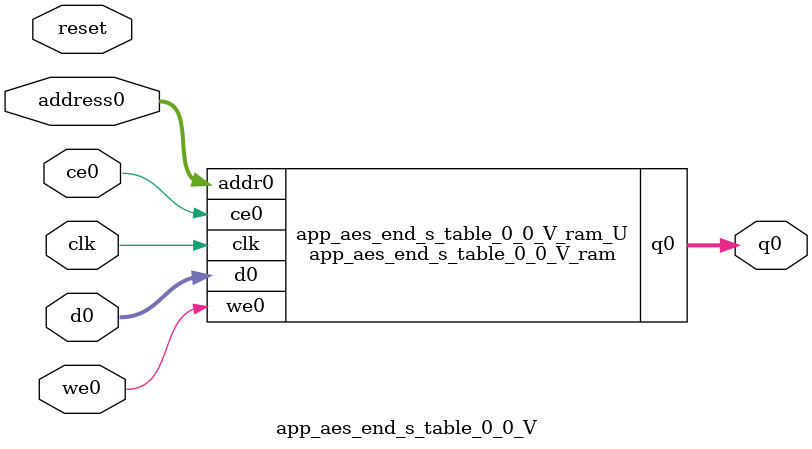
<source format=v>

`timescale 1 ns / 1 ps
module app_aes_end_s_table_0_0_V_ram (addr0, ce0, d0, we0, q0,  clk);

parameter DWIDTH = 8;
parameter AWIDTH = 6;
parameter MEM_SIZE = 64;

input[AWIDTH-1:0] addr0;
input ce0;
input[DWIDTH-1:0] d0;
input we0;
output reg[DWIDTH-1:0] q0;
input clk;

(* ram_style = "distributed" *)reg [DWIDTH-1:0] ram[0:MEM_SIZE-1];




always @(posedge clk)  
begin 
    if (ce0) 
    begin
        if (we0) 
        begin 
            ram[addr0] <= d0; 
            q0 <= d0;
        end 
        else 
            q0 <= ram[addr0];
    end
end


endmodule


`timescale 1 ns / 1 ps
module app_aes_end_s_table_0_0_V(
    reset,
    clk,
    address0,
    ce0,
    we0,
    d0,
    q0);

parameter DataWidth = 32'd8;
parameter AddressRange = 32'd64;
parameter AddressWidth = 32'd6;
input reset;
input clk;
input[AddressWidth - 1:0] address0;
input ce0;
input we0;
input[DataWidth - 1:0] d0;
output[DataWidth - 1:0] q0;



app_aes_end_s_table_0_0_V_ram app_aes_end_s_table_0_0_V_ram_U(
    .clk( clk ),
    .addr0( address0 ),
    .ce0( ce0 ),
    .d0( d0 ),
    .we0( we0 ),
    .q0( q0 ));

endmodule


</source>
